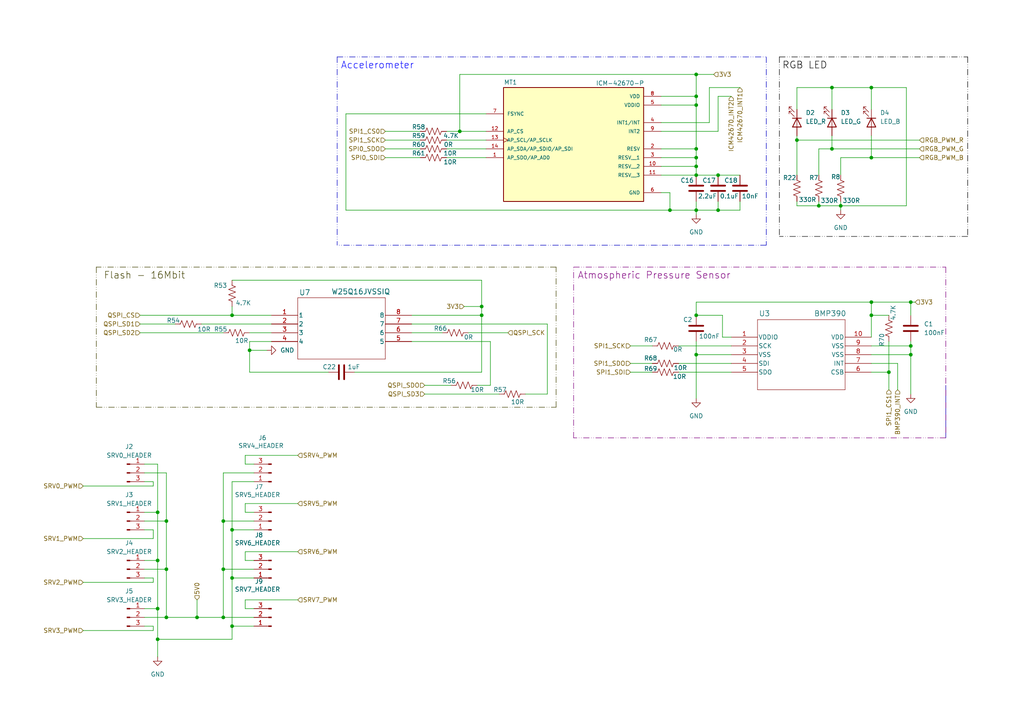
<source format=kicad_sch>
(kicad_sch (version 20250114) (generator "eeschema") (generator_version "9.0")
  (paper "A4")
  (title_block (company "Robert Fudge"))
  (lib_symbols
    (symbol "2025-04-22_09-26-47:W25Q16JVSSIQ" (pin_names (offset 0.254))
      (property "Reference" "U" (at 20.32 10.16 0))
      (property "Value" "W25Q16JVSSIQ" (at 20.32 7.62 0))
      (symbol "W25Q16JVSSIQ_0_1"
        (polyline (pts (xy 7.62 5.08) (xy 7.62 -12.7)) (stroke (width 0.127)))
        (polyline (pts (xy 7.62 -12.7) (xy 33.02 -12.7)) (stroke (width 0.127)))
        (polyline (pts (xy 33.02 5.08) (xy 7.62 5.08)) (stroke (width 0.127)))
        (polyline (pts (xy 33.02 -12.7) (xy 33.02 5.08)) (stroke (width 0.127)))
        (pin unspecified line (at 0 0 0) (length 7.62) (name "1") (number "1"))
        (pin unspecified line (at 0 -2.54 0) (length 7.62) (name "2") (number "2"))
        (pin unspecified line (at 0 -5.08 0) (length 7.62) (name "3") (number "3"))
        (pin unspecified line (at 0 -7.62 0) (length 7.62) (name "4") (number "4"))
        (pin unspecified line (at 40.64 0 180) (length 7.62) (name "8") (number "8"))
        (pin unspecified line (at 40.64 -2.54 180) (length 7.62) (name "7") (number "7"))
        (pin unspecified line (at 40.64 -5.08 180) (length 7.62) (name "6") (number "6"))
        (pin unspecified line (at 40.64 -7.62 180) (length 7.62) (name "5") (number "5"))
      )
    )
    (symbol "2025-04-25_03-21-19:BMP390" (pin_names (offset 0.254))
      (property "Reference" "U" (at 20.32 10.16 0))
      (property "Value" "BMP390" (at 20.32 7.62 0))
      (symbol "BMP390_0_1"
        (polyline (pts (xy 7.62 5.08) (xy 7.62 -15.24)) (stroke (width 0.127)))
        (polyline (pts (xy 7.62 -15.24) (xy 33.02 -15.24)) (stroke (width 0.127)))
        (polyline (pts (xy 33.02 5.08) (xy 7.62 5.08)) (stroke (width 0.127)))
        (polyline (pts (xy 33.02 -15.24) (xy 33.02 5.08)) (stroke (width 0.127)))
        (pin power_in line (at 0 0 0) (length 7.62) (name "VDDIO") (number "1"))
        (pin input line (at 0 -2.54 0) (length 7.62) (name "SCK") (number "2"))
        (pin power_out line (at 0 -5.08 0) (length 7.62) (name "VSS") (number "3"))
        (pin bidirectional line (at 0 -7.62 0) (length 7.62) (name "SDI") (number "4"))
        (pin bidirectional line (at 0 -10.16 0) (length 7.62) (name "SDO") (number "5"))
        (pin power_in line (at 40.64 0 180) (length 7.62) (name "VDD") (number "10"))
        (pin power_out line (at 40.64 -2.54 180) (length 7.62) (name "VSS") (number "9"))
        (pin power_out line (at 40.64 -5.08 180) (length 7.62) (name "VSS") (number "8"))
        (pin input line (at 40.64 -7.62 180) (length 7.62) (name "INT") (number "7"))
        (pin input line (at 40.64 -10.16 180) (length 7.62) (name "CSB") (number "6"))
      )
    )
    (symbol "Connector:Conn_01x03_Pin" (pin_names (offset 1.016) (hide yes))
      (property "Reference" "J" (at 0 5.08 0))
      (property "Value" "Conn_01x03_Pin" (at 0 -5.08 0))
      (symbol "Conn_01x03_Pin_1_1"
        (rectangle (start 0.8636 2.667) (end 0 2.413) (stroke (width 0.1524)) (fill (type outline)))
        (rectangle (start 0.8636 0.127) (end 0 -0.127) (stroke (width 0.1524)) (fill (type outline)))
        (rectangle (start 0.8636 -2.413) (end 0 -2.667) (stroke (width 0.1524)) (fill (type outline)))
        (polyline (pts (xy 1.27 2.54) (xy 0.8636 2.54)) (stroke (width 0.1524)))
        (polyline (pts (xy 1.27 0) (xy 0.8636 0)) (stroke (width 0.1524)))
        (polyline (pts (xy 1.27 -2.54) (xy 0.8636 -2.54)) (stroke (width 0.1524)))
        (pin passive line (at 5.08 2.54 180) (length 3.81) (name "Pin_1") (number "1"))
        (pin passive line (at 5.08 0 180) (length 3.81) (name "Pin_2") (number "2"))
        (pin passive line (at 5.08 -2.54 180) (length 3.81) (name "Pin_3") (number "3"))
      )
    )
    (symbol "Device:C" (pin_numbers (hide yes)) (pin_names (offset 0.254))
      (property "Reference" "C" (at 0.635 2.54 0))
      (property "Value" "C" (at 0.635 -2.54 0))
      (symbol "C_0_1"
        (polyline (pts (xy -2.032 0.762) (xy 2.032 0.762)) (stroke (width 0.508)))
        (polyline (pts (xy -2.032 -0.762) (xy 2.032 -0.762)) (stroke (width 0.508)))
      )
      (symbol "C_1_1"
        (pin passive line (at 0 3.81 270) (length 2.794) (name "~") (number "1"))
        (pin passive line (at 0 -3.81 90) (length 2.794) (name "~") (number "2"))
      )
    )
    (symbol "Device:LED" (pin_numbers (hide yes)) (pin_names (offset 1.016) (hide yes))
      (property "Reference" "D" (at 0 2.54 0))
      (property "Value" "LED" (at 0 -2.54 0))
      (symbol "LED_0_1"
        (polyline (pts (xy -3.048 -0.762) (xy -4.572 -2.286) (xy -3.81 -2.286) (xy -4.572 -2.286) (xy -4.572 -1.524)))
        (polyline (pts (xy -1.778 -0.762) (xy -3.302 -2.286) (xy -2.54 -2.286) (xy -3.302 -2.286) (xy -3.302 -1.524)))
        (polyline (pts (xy -1.27 0) (xy 1.27 0)))
        (polyline (pts (xy -1.27 -1.27) (xy -1.27 1.27)) (stroke (width 0.254)))
        (polyline (pts (xy 1.27 -1.27) (xy 1.27 1.27) (xy -1.27 0) (xy 1.27 -1.27)) (stroke (width 0.254)))
      )
      (symbol "LED_1_1"
        (pin passive line (at -3.81 0 0) (length 2.54) (name "K") (number "1"))
        (pin passive line (at 3.81 0 180) (length 2.54) (name "A") (number "2"))
      )
    )
    (symbol "Device:R_US" (pin_numbers (hide yes)) (pin_names (offset 0))
      (property "Reference" "R" (at 2.54 0 90))
      (property "Value" "R_US" (at -2.54 0 90))
      (symbol "R_US_0_1"
        (polyline (pts (xy 0 2.286) (xy 0 2.54)))
        (polyline (pts (xy 0 2.286) (xy 1.016 1.905) (xy 0 1.524) (xy -1.016 1.143) (xy 0 0.762)))
        (polyline (pts (xy 0 0.762) (xy 1.016 0.381) (xy 0 0) (xy -1.016 -0.381) (xy 0 -0.762)))
        (polyline (pts (xy 0 -0.762) (xy 1.016 -1.143) (xy 0 -1.524) (xy -1.016 -1.905) (xy 0 -2.286)))
        (polyline (pts (xy 0 -2.286) (xy 0 -2.54)))
      )
      (symbol "R_US_1_1"
        (pin passive line (at 0 3.81 270) (length 1.27) (name "~") (number "1"))
        (pin passive line (at 0 -3.81 90) (length 1.27) (name "~") (number "2"))
      )
    )
    (symbol "ICM-42670-P:ICM-42670-P" (pin_names (offset 1.016))
      (property "Reference" "MT" (at -20.32 13.97 0))
      (property "Value" "ICM-42670-P" (at -20.32 -22.86 0))
      (symbol "ICM-42670-P_0_0"
        (rectangle (start -20.32 -20.32) (end 20.32 12.7) (stroke (width 0.254)) (fill (type background)))
        (pin input line (at -25.4 5.08 0) (length 5.08) (name "FSYNC") (number "7"))
        (pin input line (at -25.4 0 0) (length 5.08) (name "AP_CS") (number "12"))
        (pin input clock (at -25.4 -2.54 0) (length 5.08) (name "AP_SCL/AP_SCLK") (number "13"))
        (pin bidirectional line (at -25.4 -5.08 0) (length 5.08) (name "AP_SDA/AP_SDIO/AP_SDI") (number "14"))
        (pin bidirectional line (at -25.4 -7.62 0) (length 5.08) (name "AP_SDO/AP_AD0") (number "1"))
        (pin power_in line (at 25.4 10.16 180) (length 5.08) (name "VDD") (number "8"))
        (pin power_in line (at 25.4 7.62 180) (length 5.08) (name "VDDIO") (number "5"))
        (pin output line (at 25.4 2.54 180) (length 5.08) (name "INT1/INT") (number "4"))
        (pin output line (at 25.4 0 180) (length 5.08) (name "INT2") (number "9"))
        (pin passive line (at 25.4 -5.08 180) (length 5.08) (name "RESV") (number "2"))
        (pin passive line (at 25.4 -7.62 180) (length 5.08) (name "RESV__1") (number "3"))
        (pin passive line (at 25.4 -10.16 180) (length 5.08) (name "RESV__2") (number "10"))
        (pin passive line (at 25.4 -12.7 180) (length 5.08) (name "RESV__3") (number "11"))
        (pin power_in line (at 25.4 -17.78 180) (length 5.08) (name "GND") (number "6"))
      )
    )
    (symbol "power:GND" (power) (pin_numbers (hide yes)) (pin_names (offset 0) (hide yes))
      (property "Value" "GND" (at 0 -3.81 0))
      (symbol "GND_0_1"
        (polyline (pts (xy 0 0) (xy 0 -1.27) (xy 1.27 -1.27) (xy 0 -2.54) (xy -1.27 -1.27) (xy 0 -1.27)))
      )
      (symbol "GND_1_1"
        (pin power_in line (at 0 0 270) (length 0) (name "~") (number "1"))
      )
    )
  )
  (text "Atmospheric Pressure Sensor" (at 189.738 80.01 0) (effects (font (size 2 2))))
  (text "RGB LED" (at 233.426 19.05 0) (effects (font (size 2 2))))
  (text "Flash - 16Mbit\n" (at 41.91 80.01 0) (effects (font (size 2 2))))
  (text "Accelerometer" (at 109.474 19.05 0) (effects (font (size 2 2))))
  (junction (at 194.31 60.96))
  (junction (at 45.72 148.59))
  (junction (at 48.26 165.1))
  (junction (at 139.7 88.9))
  (junction (at 133.35 38.1))
  (junction (at 57.15 179.07))
  (junction (at 201.93 91.44))
  (junction (at 67.31 153.67))
  (junction (at 64.77 165.1))
  (junction (at 252.73 87.63))
  (junction (at 201.93 50.8))
  (junction (at 64.77 179.07))
  (junction (at 252.73 45.72))
  (junction (at 252.73 25.4))
  (junction (at 201.93 43.18))
  (junction (at 67.31 167.64))
  (junction (at 264.16 102.87))
  (junction (at 67.31 181.61))
  (junction (at 208.28 50.8))
  (junction (at 201.93 21.59))
  (junction (at 231.14 40.64))
  (junction (at 45.72 176.53))
  (junction (at 241.3 43.18))
  (junction (at 264.16 100.33))
  (junction (at 67.31 91.44))
  (junction (at 201.93 45.72))
  (junction (at 252.73 91.44))
  (junction (at 237.49 59.69))
  (junction (at 48.26 179.07))
  (junction (at 48.26 151.13))
  (junction (at 264.16 87.63))
  (junction (at 243.84 59.69))
  (junction (at 208.28 60.96))
  (junction (at 201.93 102.87))
  (junction (at 241.3 25.4))
  (junction (at 72.39 101.6))
  (junction (at 45.72 185.42))
  (junction (at 139.7 91.44))
  (junction (at 201.93 27.94))
  (junction (at 257.81 107.95))
  (junction (at 201.93 30.48))
  (junction (at 201.93 60.96))
  (junction (at 64.77 151.13))
  (junction (at 201.93 48.26))
  (junction (at 45.72 162.56))
  (polyline (pts (xy 166.37 127) (xy 166.37 77.47)) (stroke (width 0) (type dash_dot_dot) (color 127 0 127 1)))
  (wire (pts (xy 201.93 102.87) (xy 201.93 115.57)))
  (wire (pts (xy 44.45 139.7) (xy 41.91 139.7)))
  (wire (pts (xy 111.76 45.72) (xy 121.92 45.72)))
  (wire (pts (xy 45.72 185.42) (xy 45.72 190.5)))
  (wire (pts (xy 71.12 173.99) (xy 86.36 173.99)))
  (polyline (pts (xy 161.29 77.47) (xy 27.94 77.47)) (stroke (width 0) (type dash_dot_dot) (color 64 64 0 1)))
  (wire (pts (xy 67.31 185.42) (xy 67.31 181.61)))
  (wire (pts (xy 133.35 21.59) (xy 201.93 21.59)))
  (polyline (pts (xy 190.5 71.12) (xy 97.79 71.12)) (stroke (width 0) (type dash_dot_dot)))
  (wire (pts (xy 201.93 45.72) (xy 201.93 48.26)))
  (wire (pts (xy 102.87 107.95) (xy 139.7 107.95)))
  (wire (pts (xy 72.39 101.6) (xy 72.39 99.06)))
  (wire (pts (xy 205.74 35.56) (xy 191.77 35.56)))
  (wire (pts (xy 44.45 168.91) (xy 44.45 167.64)))
  (wire (pts (xy 139.7 88.9) (xy 134.62 88.9)))
  (wire (pts (xy 72.39 101.6) (xy 72.39 107.95)))
  (wire (pts (xy 45.72 176.53) (xy 41.91 176.53)))
  (wire (pts (xy 201.93 60.96) (xy 201.93 62.23)))
  (wire (pts (xy 40.64 96.52) (xy 64.77 96.52)))
  (wire (pts (xy 41.91 137.16) (xy 48.26 137.16)))
  (wire (pts (xy 24.13 140.97) (xy 44.45 140.97)))
  (wire (pts (xy 67.31 167.64) (xy 67.31 181.61)))
  (wire (pts (xy 44.45 181.61) (xy 41.91 181.61)))
  (wire (pts (xy 67.31 167.64) (xy 73.66 167.64)))
  (wire (pts (xy 129.54 43.18) (xy 140.97 43.18)))
  (wire (pts (xy 252.73 25.4) (xy 262.89 25.4)))
  (wire (pts (xy 48.26 179.07) (xy 41.91 179.07)))
  (wire (pts (xy 201.93 50.8) (xy 208.28 50.8)))
  (wire (pts (xy 44.45 140.97) (xy 44.45 139.7)))
  (wire (pts (xy 252.73 87.63) (xy 201.93 87.63)))
  (wire (pts (xy 196.85 107.95) (xy 212.09 107.95)))
  (wire (pts (xy 71.12 134.62) (xy 73.66 134.62)))
  (wire (pts (xy 67.31 153.67) (xy 73.66 153.67)))
  (polyline (pts (xy 274.32 127) (xy 166.37 127)) (stroke (width 0) (type dash_dot_dot) (color 127 0 127 1)))
  (polyline (pts (xy 166.37 77.47) (xy 274.32 77.47)) (stroke (width 0) (type dash_dot_dot) (color 127 0 127 1)))
  (wire (pts (xy 208.28 27.94) (xy 208.28 38.1)))
  (wire (pts (xy 73.66 137.16) (xy 64.77 137.16)))
  (wire (pts (xy 257.81 107.95) (xy 252.73 107.95)))
  (polyline (pts (xy 274.32 111.76) (xy 274.32 127)))
  (wire (pts (xy 241.3 43.18) (xy 237.49 43.18)))
  (wire (pts (xy 264.16 100.33) (xy 264.16 102.87)))
  (wire (pts (xy 100.33 60.96) (xy 194.31 60.96)))
  (wire (pts (xy 241.3 25.4) (xy 252.73 25.4)))
  (wire (pts (xy 264.16 87.63) (xy 265.43 87.63)))
  (wire (pts (xy 252.73 87.63) (xy 252.73 91.44)))
  (wire (pts (xy 231.14 25.4) (xy 241.3 25.4)))
  (wire (pts (xy 64.77 165.1) (xy 73.66 165.1)))
  (wire (pts (xy 182.88 107.95) (xy 189.23 107.95)))
  (wire (pts (xy 48.26 137.16) (xy 48.26 151.13)))
  (wire (pts (xy 252.73 97.79) (xy 252.73 91.44)))
  (wire (pts (xy 208.28 27.94) (xy 212.09 27.94)))
  (wire (pts (xy 241.3 43.18) (xy 266.7 43.18)))
  (wire (pts (xy 71.12 146.05) (xy 86.36 146.05)))
  (wire (pts (xy 64.77 151.13) (xy 64.77 165.1)))
  (wire (pts (xy 212.09 97.79) (xy 209.55 97.79)))
  (wire (pts (xy 243.84 59.69) (xy 243.84 58.42)))
  (wire (pts (xy 24.13 168.91) (xy 44.45 168.91)))
  (wire (pts (xy 139.7 107.95) (xy 139.7 91.44)))
  (wire (pts (xy 201.93 30.48) (xy 201.93 43.18)))
  (wire (pts (xy 237.49 43.18) (xy 237.49 50.8)))
  (wire (pts (xy 201.93 58.42) (xy 201.93 60.96)))
  (wire (pts (xy 44.45 182.88) (xy 44.45 181.61)))
  (wire (pts (xy 72.39 99.06) (xy 78.74 99.06)))
  (wire (pts (xy 71.12 162.56) (xy 71.12 160.02)))
  (polyline (pts (xy 27.94 118.11) (xy 161.29 118.11)) (stroke (width 0) (type dash_dot_dot) (color 64 64 0 1)))
  (wire (pts (xy 231.14 31.75) (xy 231.14 25.4)))
  (wire (pts (xy 214.63 58.42) (xy 214.63 60.96)))
  (wire (pts (xy 158.75 114.3) (xy 158.75 93.98)))
  (polyline (pts (xy 226.06 16.51) (xy 226.06 68.58)) (stroke (width 0) (type dash_dot_dot) (color 0 0 0 1)))
  (polyline (pts (xy 97.79 16.51) (xy 222.25 16.51)) (stroke (width 0) (type dash_dot_dot)))
  (wire (pts (xy 139.7 91.44) (xy 139.7 88.9)))
  (wire (pts (xy 44.45 156.21) (xy 44.45 153.67)))
  (polyline (pts (xy 222.25 16.51) (xy 222.25 71.12)) (stroke (width 0) (type dash_dot_dot)))
  (wire (pts (xy 67.31 139.7) (xy 67.31 153.67)))
  (wire (pts (xy 45.72 176.53) (xy 45.72 185.42)))
  (wire (pts (xy 262.89 25.4) (xy 262.89 59.69)))
  (wire (pts (xy 41.91 151.13) (xy 48.26 151.13)))
  (wire (pts (xy 201.93 60.96) (xy 194.31 60.96)))
  (wire (pts (xy 111.76 40.64) (xy 121.92 40.64)))
  (wire (pts (xy 231.14 40.64) (xy 231.14 39.37)))
  (wire (pts (xy 40.64 91.44) (xy 67.31 91.44)))
  (wire (pts (xy 264.16 102.87) (xy 264.16 114.3)))
  (wire (pts (xy 73.66 162.56) (xy 71.12 162.56)))
  (wire (pts (xy 252.73 91.44) (xy 257.81 91.44)))
  (wire (pts (xy 41.91 162.56) (xy 45.72 162.56)))
  (wire (pts (xy 44.45 153.67) (xy 41.91 153.67)))
  (wire (pts (xy 196.85 105.41) (xy 212.09 105.41)))
  (wire (pts (xy 67.31 81.28) (xy 139.7 81.28)))
  (wire (pts (xy 208.28 58.42) (xy 208.28 60.96)))
  (wire (pts (xy 86.36 132.08) (xy 71.12 132.08)))
  (wire (pts (xy 194.31 55.88) (xy 191.77 55.88)))
  (wire (pts (xy 57.15 173.99) (xy 57.15 179.07)))
  (wire (pts (xy 260.35 105.41) (xy 252.73 105.41)))
  (wire (pts (xy 208.28 60.96) (xy 201.93 60.96)))
  (wire (pts (xy 207.01 21.59) (xy 201.93 21.59)))
  (wire (pts (xy 64.77 165.1) (xy 64.77 179.07)))
  (wire (pts (xy 133.35 38.1) (xy 133.35 21.59)))
  (wire (pts (xy 119.38 96.52) (xy 128.27 96.52)))
  (wire (pts (xy 64.77 137.16) (xy 64.77 151.13)))
  (wire (pts (xy 64.77 179.07) (xy 73.66 179.07)))
  (polyline (pts (xy 97.79 16.51) (xy 97.79 71.12)) (stroke (width 0) (type dash_dot_dot)))
  (wire (pts (xy 243.84 60.96) (xy 243.84 59.69)))
  (wire (pts (xy 119.38 99.06) (xy 142.24 99.06)))
  (wire (pts (xy 100.33 33.02) (xy 100.33 60.96)))
  (wire (pts (xy 71.12 148.59) (xy 71.12 146.05)))
  (wire (pts (xy 129.54 40.64) (xy 140.97 40.64)))
  (wire (pts (xy 196.85 100.33) (xy 212.09 100.33)))
  (wire (pts (xy 260.35 113.03) (xy 260.35 105.41)))
  (wire (pts (xy 158.75 93.98) (xy 119.38 93.98)))
  (wire (pts (xy 57.15 179.07) (xy 64.77 179.07)))
  (wire (pts (xy 48.26 179.07) (xy 57.15 179.07)))
  (wire (pts (xy 201.93 21.59) (xy 201.93 27.94)))
  (wire (pts (xy 208.28 50.8) (xy 214.63 50.8)))
  (wire (pts (xy 71.12 160.02) (xy 86.36 160.02)))
  (wire (pts (xy 135.89 96.52) (xy 147.32 96.52)))
  (wire (pts (xy 152.4 114.3) (xy 158.75 114.3)))
  (wire (pts (xy 191.77 45.72) (xy 201.93 45.72)))
  (wire (pts (xy 201.93 48.26) (xy 201.93 50.8)))
  (wire (pts (xy 64.77 151.13) (xy 73.66 151.13)))
  (wire (pts (xy 252.73 45.72) (xy 252.73 39.37)))
  (wire (pts (xy 191.77 48.26) (xy 201.93 48.26)))
  (wire (pts (xy 231.14 40.64) (xy 266.7 40.64)))
  (wire (pts (xy 140.97 33.02) (xy 100.33 33.02)))
  (wire (pts (xy 44.45 167.64) (xy 41.91 167.64)))
  (wire (pts (xy 243.84 59.69) (xy 262.89 59.69)))
  (wire (pts (xy 201.93 27.94) (xy 191.77 27.94)))
  (wire (pts (xy 209.55 91.44) (xy 201.93 91.44)))
  (wire (pts (xy 77.47 101.6) (xy 72.39 101.6)))
  (wire (pts (xy 111.76 38.1) (xy 121.92 38.1)))
  (wire (pts (xy 41.91 165.1) (xy 48.26 165.1)))
  (wire (pts (xy 123.19 114.3) (xy 144.78 114.3)))
  (wire (pts (xy 67.31 181.61) (xy 73.66 181.61)))
  (wire (pts (xy 194.31 60.96) (xy 194.31 55.88)))
  (wire (pts (xy 45.72 134.62) (xy 45.72 148.59)))
  (wire (pts (xy 252.73 87.63) (xy 264.16 87.63)))
  (wire (pts (xy 252.73 100.33) (xy 264.16 100.33)))
  (wire (pts (xy 201.93 102.87) (xy 201.93 99.06)))
  (wire (pts (xy 24.13 156.21) (xy 44.45 156.21)))
  (wire (pts (xy 133.35 38.1) (xy 140.97 38.1)))
  (wire (pts (xy 231.14 59.69) (xy 231.14 58.42)))
  (wire (pts (xy 129.54 45.72) (xy 140.97 45.72)))
  (wire (pts (xy 243.84 45.72) (xy 243.84 50.8)))
  (wire (pts (xy 24.13 182.88) (xy 44.45 182.88)))
  (wire (pts (xy 67.31 153.67) (xy 67.31 167.64)))
  (wire (pts (xy 201.93 87.63) (xy 201.93 91.44)))
  (wire (pts (xy 41.91 134.62) (xy 45.72 134.62)))
  (polyline (pts (xy 222.25 71.12) (xy 190.5 71.12)) (stroke (width 0) (type dash_dot_dot)))
  (polyline (pts (xy 161.29 118.11) (xy 161.29 77.47)) (stroke (width 0) (type dash_dot_dot) (color 64 64 0 1)))
  (wire (pts (xy 252.73 25.4) (xy 252.73 31.75)))
  (wire (pts (xy 73.66 148.59) (xy 71.12 148.59)))
  (wire (pts (xy 201.93 27.94) (xy 201.93 30.48)))
  (wire (pts (xy 252.73 102.87) (xy 264.16 102.87)))
  (polyline (pts (xy 280.67 16.51) (xy 280.67 68.58)) (stroke (width 0) (type dash_dot_dot) (color 0 0 0 1)))
  (wire (pts (xy 73.66 139.7) (xy 67.31 139.7)))
  (wire (pts (xy 241.3 39.37) (xy 241.3 43.18)))
  (polyline (pts (xy 226.06 16.51) (xy 280.67 16.51)) (stroke (width 0) (type dash_dot_dot) (color 0 0 0 1)))
  (wire (pts (xy 45.72 148.59) (xy 45.72 162.56)))
  (wire (pts (xy 41.91 148.59) (xy 45.72 148.59)))
  (wire (pts (xy 205.74 25.4) (xy 205.74 35.56)))
  (wire (pts (xy 237.49 59.69) (xy 243.84 59.69)))
  (wire (pts (xy 58.42 93.98) (xy 78.74 93.98)))
  (wire (pts (xy 45.72 185.42) (xy 67.31 185.42)))
  (wire (pts (xy 257.81 99.06) (xy 257.81 107.95)))
  (wire (pts (xy 139.7 91.44) (xy 119.38 91.44)))
  (wire (pts (xy 208.28 38.1) (xy 191.77 38.1)))
  (wire (pts (xy 214.63 60.96) (xy 208.28 60.96)))
  (wire (pts (xy 231.14 50.8) (xy 231.14 40.64)))
  (wire (pts (xy 73.66 176.53) (xy 71.12 176.53)))
  (wire (pts (xy 71.12 132.08) (xy 71.12 134.62)))
  (wire (pts (xy 205.74 25.4) (xy 214.63 25.4)))
  (wire (pts (xy 40.64 93.98) (xy 50.8 93.98)))
  (wire (pts (xy 142.24 111.76) (xy 138.43 111.76)))
  (wire (pts (xy 201.93 30.48) (xy 191.77 30.48)))
  (wire (pts (xy 264.16 87.63) (xy 264.16 91.44)))
  (polyline (pts (xy 280.67 68.58) (xy 226.06 68.58)) (stroke (width 0) (type dash_dot_dot) (color 0 0 0 1)))
  (wire (pts (xy 111.76 43.18) (xy 121.92 43.18)))
  (wire (pts (xy 257.81 113.03) (xy 257.81 107.95)))
  (polyline (pts (xy 274.32 77.47) (xy 274.32 127)) (stroke (width 0) (type dash_dot_dot) (color 127 0 127 1)))
  (wire (pts (xy 45.72 162.56) (xy 45.72 176.53)))
  (wire (pts (xy 252.73 45.72) (xy 266.7 45.72)))
  (wire (pts (xy 71.12 176.53) (xy 71.12 173.99)))
  (wire (pts (xy 48.26 151.13) (xy 48.26 165.1)))
  (wire (pts (xy 191.77 50.8) (xy 201.93 50.8)))
  (wire (pts (xy 191.77 43.18) (xy 201.93 43.18)))
  (wire (pts (xy 72.39 107.95) (xy 95.25 107.95)))
  (wire (pts (xy 209.55 97.79) (xy 209.55 91.44)))
  (wire (pts (xy 237.49 58.42) (xy 237.49 59.69)))
  (wire (pts (xy 201.93 102.87) (xy 212.09 102.87)))
  (wire (pts (xy 231.14 59.69) (xy 237.49 59.69)))
  (wire (pts (xy 243.84 45.72) (xy 252.73 45.72)))
  (wire (pts (xy 129.54 38.1) (xy 133.35 38.1)))
  (wire (pts (xy 48.26 165.1) (xy 48.26 179.07)))
  (wire (pts (xy 142.24 99.06) (xy 142.24 111.76)))
  (wire (pts (xy 182.88 105.41) (xy 189.23 105.41)))
  (wire (pts (xy 241.3 25.4) (xy 241.3 31.75)))
  (wire (pts (xy 72.39 96.52) (xy 78.74 96.52)))
  (wire (pts (xy 182.88 100.33) (xy 189.23 100.33)))
  (wire (pts (xy 201.93 43.18) (xy 201.93 45.72)))
  (wire (pts (xy 139.7 81.28) (xy 139.7 88.9)))
  (wire (pts (xy 67.31 91.44) (xy 78.74 91.44)))
  (wire (pts (xy 67.31 91.44) (xy 67.31 88.9)))
  (wire (pts (xy 123.19 111.76) (xy 130.81 111.76)))
  (polyline (pts (xy 27.94 77.47) (xy 27.94 118.11)) (stroke (width 0) (type dash_dot_dot) (color 64 64 0 1)))
  (wire (pts (xy 264.16 99.06) (xy 264.16 100.33)))
  (hierarchical_label "QSPI_CS" (shape input) (at 40.64 91.44 180))
  (hierarchical_label "QSPI_SCK" (shape input) (at 147.32 96.52 0))
  (hierarchical_label "RGB_PWM_G" (shape input) (at 266.7 43.18 0))
  (hierarchical_label "QSPI_SD1" (shape input) (at 40.64 93.98 180))
  (hierarchical_label "ICM42670_INT1" (shape input) (at 214.63 25.4 270))
  (hierarchical_label "3V3" (shape input) (at 265.43 87.63 0))
  (hierarchical_label "QSPI_SDO" (shape input) (at 123.19 111.76 180))
  (hierarchical_label "SRV5_PWM" (shape input) (at 86.36 146.05 0))
  (hierarchical_label "SPI1_SDI" (shape input) (at 182.88 107.95 180))
  (hierarchical_label "SPI1_SCK" (shape input) (at 182.88 100.33 180))
  (hierarchical_label "SPI0_SDO" (shape input) (at 111.76 43.18 180))
  (hierarchical_label "RGB_PWM_R" (shape input) (at 266.7 40.64 0))
  (hierarchical_label "SRV6_PWM" (shape input) (at 86.36 160.02 0))
  (hierarchical_label "QSPI_SD3" (shape input) (at 123.19 114.3 180))
  (hierarchical_label "BMP390_INT" (shape input) (at 260.35 113.03 270))
  (hierarchical_label "SRV0_PWM" (shape input) (at 24.13 140.97 180))
  (hierarchical_label "SPI1_SCK" (shape input) (at 111.76 40.64 180))
  (hierarchical_label "SPI1_CS1" (shape input) (at 257.81 113.03 270))
  (hierarchical_label "SRV2_PWM" (shape input) (at 24.13 168.91 180))
  (hierarchical_label "SPI1_CS0" (shape input) (at 111.76 38.1 180))
  (hierarchical_label "SRV3_PWM" (shape input) (at 24.13 182.88 180))
  (hierarchical_label "QSPI_SD2" (shape input) (at 40.64 96.52 180))
  (hierarchical_label "3V3" (shape input) (at 134.62 88.9 180))
  (hierarchical_label "3V3" (shape input) (at 207.01 21.59 0))
  (hierarchical_label "SRV4_PWM" (shape input) (at 86.36 132.08 0))
  (hierarchical_label "SRV1_PWM" (shape input) (at 24.13 156.21 180))
  (hierarchical_label "RGB_PWM_B" (shape input) (at 266.7 45.72 0))
  (hierarchical_label "5V0" (shape input) (at 57.15 173.99 90))
  (hierarchical_label "SPI0_SDI" (shape input) (at 111.76 45.72 180))
  (hierarchical_label "ICM42670_INT2" (shape input) (at 212.09 27.94 270))
  (hierarchical_label "SRV7_PWM" (shape input) (at 86.36 173.99 0))
  (hierarchical_label "SPI1_SDO" (shape input) (at 182.88 105.41 180))
  (symbol (lib_id "power:GND") (at 201.93 62.23 0) (unit 1)
    (property "Reference" "#PWR012" (effects (hide yes)))
    (property "Value" "GND" (at 201.93 67.31 0))
    (property "Description" "Power symbol creates a global label with name \"GND\" , ground" (effects (hide yes)))
  )
  (symbol (lib_id "Device:R_US") (at 134.62 111.76 270) (unit 1)
    (property "Reference" "R56" (at 130.302 110.49 90))
    (property "Value" "10R" (at 138.43 113.03 90))
    (property "Footprint" "Resistor_SMD:R_0805_2012Metric_Pad1.20x1.40mm_HandSolder" (effects (hide yes)))
    (property "Description" "Resistor, US symbol" (effects (hide yes)))
  )
  (symbol (lib_id "Connector:Conn_01x03_Pin") (at 36.83 165.1 0) (unit 1)
    (property "Reference" "J4" (at 37.465 157.48 0))
    (property "Value" "SRV2_HEADER" (at 37.465 160.02 0))
    (property "Footprint" "Connector_PinHeader_1.00mm:PinHeader_1x03_P1.00mm_Horizontal" (effects (hide yes)))
    (property "Description" "Generic connector, single row, 01x03, script generated" (effects (hide yes)))
  )
  (symbol (lib_id "Device:R_US") (at 231.14 54.61 0) (unit 1)
    (property "Reference" "R22" (at 227.076 51.562 0) (effects (justify left)))
    (property "Value" "330R" (at 231.648 57.912 0) (effects (justify left)))
    (property "Footprint" "Resistor_SMD:R_0805_2012Metric_Pad1.20x1.40mm_HandSolder" (effects (hide yes)))
    (property "Description" "Resistor, US symbol" (effects (hide yes)))
  )
  (symbol (lib_id "Device:R_US") (at 148.59 114.3 270) (unit 1)
    (property "Reference" "R57" (at 145.034 113.03 90))
    (property "Value" "10R" (at 150.114 116.586 90))
    (property "Footprint" "Resistor_SMD:R_0805_2012Metric_Pad1.20x1.40mm_HandSolder" (effects (hide yes)))
    (property "Description" "Resistor, US symbol" (effects (hide yes)))
  )
  (symbol (lib_id "Device:R_US") (at 193.04 105.41 90) (unit 1)
    (property "Reference" "R68" (at 188.722 103.886 90))
    (property "Value" "10R" (at 197.358 106.68 90))
    (property "Footprint" "Resistor_SMD:R_0805_2012Metric_Pad1.20x1.40mm_HandSolder" (effects (hide yes)))
    (property "Description" "Resistor, US symbol" (effects (hide yes)))
  )
  (symbol (lib_id "Device:R_US") (at 243.84 54.61 0) (unit 1)
    (property "Reference" "R8" (at 241.046 51.308 0) (effects (justify left)))
    (property "Value" "330R" (at 244.348 58.166 0) (effects (justify left)))
    (property "Description" "Resistor, US symbol" (effects (hide yes)))
  )
  (symbol (lib_id "Device:LED") (at 252.73 35.56 270) (unit 1)
    (property "Reference" "D4" (at 255.27 32.7024 90) (effects (justify left)))
    (property "Value" "LED_B" (at 255.27 35.2424 90) (effects (justify left)))
    (property "Footprint" "Connector_PinSocket_2.54mm:PinSocket_1x01_P2.54mm_Vertical" (effects (hide yes)))
    (property "Description" "Light emitting diode" (effects (hide yes)))
    (property "Sim.Pins" "1=K 2=A" (effects (hide yes)))
  )
  (symbol (lib_id "Device:R_US") (at 68.58 96.52 270) (unit 1)
    (property "Reference" "R55" (at 64.008 95.504 90))
    (property "Value" "10R" (at 70.104 98.806 90))
    (property "Footprint" "Resistor_SMD:R_0805_2012Metric_Pad1.20x1.40mm_HandSolder" (effects (hide yes)))
    (property "Description" "Resistor, US symbol" (effects (hide yes)))
  )
  (symbol (lib_id "Device:C") (at 201.93 54.61 0) (unit 1)
    (property "Reference" "C16" (at 197.358 52.324 0) (effects (justify left)))
    (property "Value" "2.2uF" (at 202.438 56.896 0) (effects (justify left)))
    (property "Description" "Unpolarized capacitor" (effects (hide yes)))
  )
  (symbol (lib_id "Device:C") (at 201.93 95.25 0) (unit 1)
    (property "Reference" "C2" (at 198.12 92.71 0) (effects (justify left)))
    (property "Value" "100nF" (at 202.692 97.536 0) (effects (justify left)))
    (property "Footprint" "Capacitor_SMD:C_0402_1005Metric" (effects (hide yes)))
    (property "Description" "Unpolarized capacitor" (effects (hide yes)))
  )
  (symbol (lib_id "Connector:Conn_01x03_Pin") (at 36.83 179.07 0) (unit 1)
    (property "Reference" "J5" (at 37.465 171.45 0))
    (property "Value" "SRV3_HEADER" (at 37.465 173.99 0))
    (property "Footprint" "Connector_PinHeader_1.00mm:PinHeader_1x03_P1.00mm_Horizontal" (effects (hide yes)))
    (property "Description" "Generic connector, single row, 01x03, script generated" (effects (hide yes)))
  )
  (symbol (lib_id "Connector:Conn_01x03_Pin") (at 36.83 151.13 0) (unit 1)
    (property "Reference" "J3" (at 37.465 143.51 0))
    (property "Value" "SRV1_HEADER" (at 37.465 146.05 0))
    (property "Footprint" "Connector_PinHeader_1.00mm:PinHeader_1x03_P1.00mm_Horizontal" (effects (hide yes)))
    (property "Description" "Generic connector, single row, 01x03, script generated" (effects (hide yes)))
  )
  (symbol (lib_id "Device:R_US") (at 67.31 85.09 180) (unit 1)
    (property "Reference" "R53" (at 61.976 82.804 0) (effects (justify right)))
    (property "Value" "4.7K" (at 68.326 87.884 0) (effects (justify right)))
    (property "Footprint" "Resistor_SMD:R_0805_2012Metric_Pad1.20x1.40mm_HandSolder" (effects (hide yes)))
    (property "Description" "Resistor, US symbol" (effects (hide yes)))
  )
  (symbol (lib_id "Device:R_US") (at 125.73 43.18 90) (unit 1)
    (property "Reference" "R60" (at 121.412 41.91 90))
    (property "Value" "10R" (at 130.556 44.45 90))
    (property "Footprint" "Resistor_SMD:R_0805_2012Metric_Pad1.20x1.40mm_HandSolder" (effects (hide yes)))
    (property "Description" "Resistor, US symbol" (effects (hide yes)))
  )
  (symbol (lib_id "Device:R_US") (at 125.73 45.72 90) (unit 1)
    (property "Reference" "R61" (at 121.412 44.45 90))
    (property "Value" "10R" (at 130.556 46.99 90))
    (property "Footprint" "Resistor_SMD:R_0805_2012Metric_Pad1.20x1.40mm_HandSolder" (effects (hide yes)))
    (property "Description" "Resistor, US symbol" (effects (hide yes)))
  )
  (symbol (lib_id "Connector:Conn_01x03_Pin") (at 78.74 179.07 180) (unit 1)
    (property "Reference" "J9" (at 73.914 168.656 0) (effects (justify right)))
    (property "Value" "SRV7_HEADER" (at 68.072 170.942 0) (effects (justify right)))
    (property "Footprint" "Connector_PinHeader_1.00mm:PinHeader_1x03_P1.00mm_Horizontal" (effects (hide yes)))
    (property "Description" "Generic connector, single row, 01x03, script generated" (effects (hide yes)))
  )
  (symbol (lib_id "Device:LED") (at 241.3 35.56 270) (unit 1)
    (property "Reference" "D3" (at 243.84 32.7024 90) (effects (justify left)))
    (property "Value" "LED_G" (at 243.84 35.2424 90) (effects (justify left)))
    (property "Footprint" "Connector_PinSocket_2.54mm:PinSocket_1x01_P2.54mm_Vertical" (effects (hide yes)))
    (property "Description" "Light emitting diode" (effects (hide yes)))
    (property "Sim.Pins" "1=K 2=A" (effects (hide yes)))
  )
  (symbol (lib_id "Device:R_US") (at 132.08 96.52 270) (unit 1)
    (property "Reference" "R66" (at 127.762 95.25 90))
    (property "Value" "0R" (at 135.89 97.79 90))
    (property "Footprint" "Resistor_SMD:R_0805_2012Metric_Pad1.20x1.40mm_HandSolder" (effects (hide yes)))
    (property "Description" "Resistor, US symbol" (effects (hide yes)))
  )
  (symbol (lib_id "Connector:Conn_01x03_Pin") (at 78.74 165.1 180) (unit 1)
    (property "Reference" "J8" (at 73.914 155.194 0) (effects (justify right)))
    (property "Value" "SRV6_HEADER" (at 68.072 157.48 0) (effects (justify right)))
    (property "Footprint" "Connector_PinHeader_1.00mm:PinHeader_1x03_P1.00mm_Horizontal" (effects (hide yes)))
    (property "Description" "Generic connector, single row, 01x03, script generated" (effects (hide yes)))
  )
  (symbol (lib_id "Device:R_US") (at 193.04 100.33 90) (unit 1)
    (property "Reference" "R67" (at 188.722 98.552 90))
    (property "Value" "0R" (at 196.596 101.346 90))
    (property "Footprint" "Resistor_SMD:R_0805_2012Metric_Pad1.20x1.40mm_HandSolder" (effects (hide yes)))
    (property "Description" "Resistor, US symbol" (effects (hide yes)))
  )
  (symbol (lib_id "Device:R_US") (at 54.61 93.98 270) (unit 1)
    (property "Reference" "R54" (at 50.292 92.964 90))
    (property "Value" "10R" (at 59.182 95.504 90))
    (property "Footprint" "Resistor_SMD:R_0805_2012Metric_Pad1.20x1.40mm_HandSolder" (effects (hide yes)))
    (property "Description" "Resistor, US symbol" (effects (hide yes)))
  )
  (symbol (lib_id "Connector:Conn_01x03_Pin") (at 78.74 151.13 180) (unit 1)
    (property "Reference" "J7" (at 73.914 141.224 0) (effects (justify right)))
    (property "Value" "SRV5_HEADER" (at 68.072 143.51 0) (effects (justify right)))
    (property "Footprint" "Connector_PinHeader_1.00mm:PinHeader_1x03_P1.00mm_Horizontal" (effects (hide yes)))
    (property "Description" "Generic connector, single row, 01x03, script generated" (effects (hide yes)))
  )
  (symbol (lib_id "power:GND") (at 201.93 115.57 0) (unit 1)
    (property "Reference" "#PWR01" (effects (hide yes)))
    (property "Value" "GND" (at 201.93 120.65 0))
    (property "Description" "Power symbol creates a global label with name \"GND\" , ground" (effects (hide yes)))
  )
  (symbol (lib_id "Device:C") (at 214.63 54.61 0) (unit 1)
    (property "Reference" "C18" (at 210.058 52.324 0) (effects (justify left)))
    (property "Value" "10nF" (at 215.138 56.896 0) (effects (justify left)))
    (property "Description" "Unpolarized capacitor" (effects (hide yes)))
  )
  (symbol (lib_id "power:GND") (at 77.47 101.6 90) (unit 1)
    (property "Reference" "#PWR014" (effects (hide yes)))
    (property "Value" "GND" (at 81.28 101.5999 90) (effects (justify right)))
    (property "Description" "Power symbol creates a global label with name \"GND\" , ground" (effects (hide yes)))
  )
  (symbol (lib_id "Device:C") (at 208.28 54.61 0) (unit 1)
    (property "Reference" "C17" (at 203.708 52.324 0) (effects (justify left)))
    (property "Value" "0.1uF" (at 208.788 56.896 0) (effects (justify left)))
    (property "Description" "Unpolarized capacitor" (effects (hide yes)))
  )
  (symbol (lib_id "power:GND") (at 264.16 114.3 0) (unit 1)
    (property "Reference" "#PWR02" (effects (hide yes)))
    (property "Value" "GND" (at 264.16 119.38 0))
    (property "Description" "Power symbol creates a global label with name \"GND\" , ground" (effects (hide yes)))
  )
  (symbol (lib_id "power:GND") (at 243.84 60.96 0) (unit 1)
    (property "Reference" "#PWR08" (effects (hide yes)))
    (property "Value" "GND" (at 243.84 66.04 0))
    (property "Description" "Power symbol creates a global label with name \"GND\" , ground" (effects (hide yes)))
  )
  (symbol (lib_id "Device:R_US") (at 237.49 54.61 0) (unit 1)
    (property "Reference" "R7" (at 234.696 51.562 0) (effects (justify left)))
    (property "Value" "330R" (at 237.998 58.166 0) (effects (justify left)))
    (property "Footprint" "Connector_USB:USB_B_OST_USB-B1HSxx_Horizontal" (effects (hide yes)))
    (property "Description" "Resistor, US symbol" (effects (hide yes)))
  )
  (symbol (lib_id "Connector:Conn_01x03_Pin") (at 78.74 137.16 180) (unit 1)
    (property "Reference" "J6" (at 74.93 127 0) (effects (justify right)))
    (property "Value" "SRV4_HEADER" (at 69.088 129.286 0) (effects (justify right)))
    (property "Footprint" "Connector_PinHeader_1.00mm:PinHeader_1x03_P1.00mm_Horizontal" (effects (hide yes)))
    (property "Description" "Generic connector, single row, 01x03, script generated" (effects (hide yes)))
  )
  (symbol (lib_id "Device:R_US") (at 193.04 107.95 90) (unit 1)
    (property "Reference" "R69" (at 188.722 106.934 90))
    (property "Value" "10R" (at 197.104 109.22 90))
    (property "Footprint" "Resistor_SMD:R_0805_2012Metric_Pad1.20x1.40mm_HandSolder" (effects (hide yes)))
    (property "Description" "Resistor, US symbol" (effects (hide yes)))
  )
  (symbol (lib_id "2025-04-22_09-26-47:W25Q16JVSSIQ") (at 78.74 91.44 0) (unit 1)
    (property "Reference" "U7" (at 88.392 84.836 0) (effects (font (size 1.524 1.524))))
    (property "Value" "W25Q16JVSSIQ" (at 104.648 84.582 0) (effects (font (size 1.524 1.524))))
    (property "Footprint" "W25Q16JVSSIQ:W25Q16JVSSIQ_WIN" (effects (hide yes)))
    (property "Datasheet" "W25Q16JVSSIQ" (effects (hide yes)))
  )
  (symbol (lib_id "Device:R_US") (at 125.73 38.1 90) (unit 1)
    (property "Reference" "R58" (at 121.412 36.83 90))
    (property "Value" "4.7K" (at 130.81 39.37 90))
    (property "Footprint" "Resistor_SMD:R_0805_2012Metric_Pad1.20x1.40mm_HandSolder" (effects (hide yes)))
    (property "Description" "Resistor, US symbol" (effects (hide yes)))
  )
  (symbol (lib_id "Device:C") (at 264.16 95.25 0) (unit 1)
    (property "Reference" "C1" (at 267.97 93.9799 0) (effects (justify left)))
    (property "Value" "100nF" (at 267.97 96.5199 0) (effects (justify left)))
    (property "Footprint" "Capacitor_SMD:C_0402_1005Metric" (effects (hide yes)))
    (property "Description" "Unpolarized capacitor" (effects (hide yes)))
  )
  (symbol (lib_id "ICM-42670-P:ICM-42670-P") (at 166.37 38.1 0) (unit 1)
    (property "Reference" "MT1" (at 148.082 23.876 0))
    (property "Value" "ICM-42670-P" (at 179.832 24.13 0))
    (property "Footprint" "ICM_42670_P:XDCR_ICM-42670-P" (effects (hide yes)))
    (property "PARTREV" "1.1" (effects (hide yes)))
    (property "STANDARD" "Manufacturer Recommendations" (effects (hide yes)))
    (property "MAXIMUM_PACKAGE_HEIGHT" "0.81 mm" (effects (hide yes)))
    (property "MANUFACTURER" "TDK InvenSense" (effects (hide yes)))
  )
  (symbol (lib_id "Device:LED") (at 231.14 35.56 270) (unit 1)
    (property "Reference" "D2" (at 233.68 32.7024 90) (effects (justify left)))
    (property "Value" "LED_R" (at 233.68 35.2424 90) (effects (justify left)))
    (property "Footprint" "Connector_PinSocket_2.54mm:PinSocket_1x01_P2.54mm_Vertical" (effects (hide yes)))
    (property "Description" "Light emitting diode" (effects (hide yes)))
    (property "Sim.Pins" "1=K 2=A" (effects (hide yes)))
  )
  (symbol (lib_id "Device:R_US") (at 257.81 95.25 180) (unit 1)
    (property "Reference" "R70" (at 255.778 98.552 90))
    (property "Value" "4.7K" (at 259.08 90.678 90))
    (property "Footprint" "Resistor_SMD:R_0805_2012Metric_Pad1.20x1.40mm_HandSolder" (effects (hide yes)))
    (property "Description" "Resistor, US symbol" (effects (hide yes)))
  )
  (symbol (lib_id "Connector:Conn_01x03_Pin") (at 36.83 137.16 0) (unit 1)
    (property "Reference" "J2" (at 37.465 129.54 0))
    (property "Value" "SRV0_HEADER" (at 37.465 132.08 0))
    (property "Footprint" "Connector_PinHeader_1.00mm:PinHeader_1x03_P1.00mm_Horizontal" (effects (hide yes)))
    (property "Description" "Generic connector, single row, 01x03, script generated" (effects (hide yes)))
  )
  (symbol (lib_id "Device:C") (at 99.06 107.95 270) (unit 1)
    (property "Reference" "C22" (at 95.504 106.426 90))
    (property "Value" "1uF" (at 102.616 106.426 90))
    (property "Description" "Unpolarized capacitor" (effects (hide yes)))
  )
  (symbol (lib_id "power:GND") (at 45.72 190.5 0) (unit 1)
    (property "Reference" "#PWR036" (effects (hide yes)))
    (property "Value" "GND" (at 45.72 195.58 0))
    (property "Description" "Power symbol creates a global label with name \"GND\" , ground" (effects (hide yes)))
  )
  (symbol (lib_id "Device:R_US") (at 125.73 40.64 90) (unit 1)
    (property "Reference" "R59" (at 121.412 39.37 90))
    (property "Value" "0R" (at 130.048 41.91 90))
    (property "Footprint" "Resistor_SMD:R_0805_2012Metric_Pad1.20x1.40mm_HandSolder" (effects (hide yes)))
    (property "Description" "Resistor, US symbol" (effects (hide yes)))
  )
  (symbol (lib_id "2025-04-25_03-21-19:BMP390") (at 212.09 97.79 0) (unit 1)
    (property "Reference" "U3" (at 221.742 90.932 0) (effects (font (size 1.524 1.524))))
    (property "Value" "BMP390" (at 240.792 90.932 0) (effects (font (size 1.524 1.524))))
    (property "Footprint" "BMP390:10LGA_2X2X0p75_BOS-M" (effects (hide yes)))
    (property "Datasheet" "BMP390" (effects (hide yes)))
  )
)
</source>
